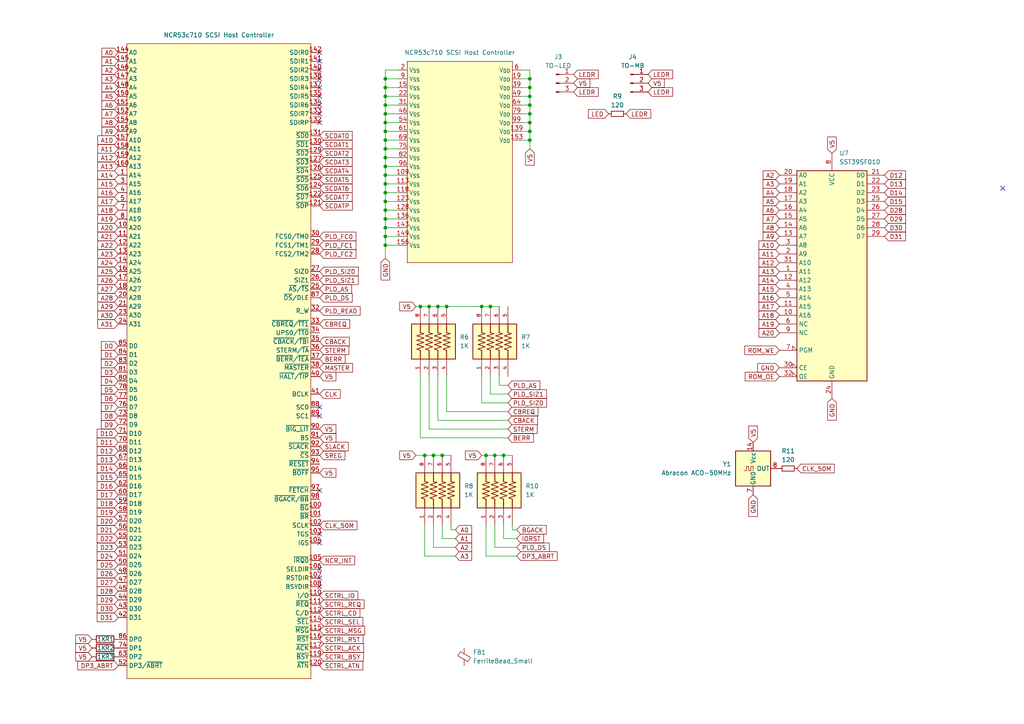
<source format=kicad_sch>
(kicad_sch (version 20250114) (generator "eeschema") (generator_version "9.0")
  (paper "A4")
  (lib_symbols
    (symbol "39SF010-TSOP:SST39SF010"
      (property "Reference" "U" (at 2.54 33.02 0))
      (property "Value" "SST39SF010" (at 0 -30.48 0))
      (symbol "SST39SF010_1_1"
        (pin input line (at -15.24 30.48 0) (length 5.08) (name "A0") (number "20"))
        (pin input line (at -15.24 27.94 0) (length 5.08) (name "A1") (number "19"))
        (pin input line (at -15.24 25.4 0) (length 5.08) (name "A2") (number "18"))
        (pin input line (at -15.24 22.86 0) (length 5.08) (name "A3") (number "17"))
        (pin input line (at -15.24 20.32 0) (length 5.08) (name "A4") (number "16"))
        (pin input line (at -15.24 17.78 0) (length 5.08) (name "A5") (number "15"))
        (pin input line (at -15.24 15.24 0) (length 5.08) (name "A6") (number "14"))
        (pin input line (at -15.24 12.7 0) (length 5.08) (name "A7") (number "13"))
        (pin input line (at -15.24 10.16 0) (length 5.08) (name "A8") (number "3"))
        (pin input line (at -15.24 7.62 0) (length 5.08) (name "A9") (number "2"))
        (pin input line (at -15.24 5.08 0) (length 5.08) (name "A10") (number "31"))
        (pin input line (at -15.24 2.54 0) (length 5.08) (name "A11") (number "1"))
        (pin input line (at -15.24 0 0) (length 5.08) (name "A12") (number "12"))
        (pin input line (at -15.24 -2.54 0) (length 5.08) (name "A13") (number "4"))
        (pin input line (at -15.24 -5.08 0) (length 5.08) (name "A14") (number "5"))
        (pin input line (at -15.24 -7.62 0) (length 5.08) (name "A15") (number "11"))
        (pin input line (at -15.24 -10.16 0) (length 5.08) (name "A16") (number "10"))
        (pin input line (at -15.24 -12.7 0) (length 5.08) (name "NC") (number "6"))
        (pin input line (at -15.24 -15.24 0) (length 5.08) (name "NC") (number "9"))
        (pin input input_low (at -15.24 -20.32 0) (length 5.08) (name "PGM") (number "7"))
        (pin input input_low (at -15.24 -25.4 0) (length 5.08) (name "CE") (number "30"))
        (pin input input_low (at -15.24 -27.94 0) (length 5.08) (name "OE") (number "32"))
        (pin power_in line (at 0 36.83 270) (length 5.08) (name "VCC") (number "8"))
        (pin power_in line (at 0 -34.29 90) (length 5.08) (name "GND") (number "24"))
        (pin tri_state line (at 15.24 30.48 180) (length 5.08) (name "D0") (number "21"))
        (pin tri_state line (at 15.24 27.94 180) (length 5.08) (name "D1") (number "22"))
        (pin tri_state line (at 15.24 25.4 180) (length 5.08) (name "D2") (number "23"))
        (pin tri_state line (at 15.24 22.86 180) (length 5.08) (name "D3") (number "25"))
        (pin tri_state line (at 15.24 20.32 180) (length 5.08) (name "D4") (number "26"))
        (pin tri_state line (at 15.24 17.78 180) (length 5.08) (name "D5") (number "27"))
        (pin tri_state line (at 15.24 15.24 180) (length 5.08) (name "D6") (number "28"))
        (pin tri_state line (at 15.24 12.7 180) (length 5.08) (name "D7") (number "29"))
      )
    )
    (symbol "Connector:Conn_01x03_Pin" (pin_names (offset 1.016) (hide yes))
      (property "Reference" "J" (at 0 5.08 0))
      (property "Value" "Conn_01x03_Pin" (at 0 -5.08 0))
      (symbol "Conn_01x03_Pin_1_1"
        (pin passive line (at 5.08 2.54 180) (length 3.81) (name "Pin_1") (number "1"))
        (pin passive line (at 5.08 0 180) (length 3.81) (name "Pin_2") (number "2"))
        (pin passive line (at 5.08 -2.54 180) (length 3.81) (name "Pin_3") (number "3"))
      )
    )
    (symbol "Device:FerriteBead_Small" (pin_numbers (hide yes)) (pin_names (offset 0))
      (property "Reference" "FB" (at 1.905 1.27 0))
      (property "Value" "FerriteBead_Small" (at 1.905 -1.27 0))
      (symbol "FerriteBead_Small_1_1"
        (pin passive line (at 0 2.54 270) (length 1.27) (name "~") (number "1"))
        (pin passive line (at 0 -2.54 90) (length 1.27) (name "~") (number "2"))
      )
    )
    (symbol "Device:R" (pin_numbers (hide yes)) (pin_names (offset 0))
      (property "Reference" "R" (at 2.032 0 90))
      (property "Value" "R" (at 0 0 90))
      (symbol "R_1_1"
        (pin passive line (at 0 3.81 270) (length 1.27) (name "~") (number "1"))
        (pin passive line (at 0 -3.81 90) (length 1.27) (name "~") (number "2"))
      )
    )
    (symbol "Device:R_Small" (pin_numbers (hide yes)) (pin_names (offset 0.254) (hide yes))
      (property "Reference" "R" (at 0.762 0.508 0))
      (property "Value" "R_Small" (at 0.762 -1.016 0))
      (symbol "R_Small_1_1"
        (pin passive line (at 0 2.54 270) (length 0.762) (name "~") (number "1"))
        (pin passive line (at 0 -2.54 90) (length 0.762) (name "~") (number "2"))
      )
    )
    (symbol "NCRSCSI:NCR53c710"
      (property "Value" "NCR53c710 SCSI Host Controller" (at 9.398 43.434 0))
      (symbol "NCR53c710_1_1"
        (pin input line (at -30.48 39.37 0) (length 2.54) (name "A0") (number "144"))
        (pin input line (at -30.48 36.83 0) (length 2.54) (name "A1") (number "145"))
        (pin input line (at -30.48 34.29 0) (length 2.54) (name "A2") (number "146"))
        (pin input line (at -30.48 31.75 0) (length 2.54) (name "A3") (number "147"))
        (pin input line (at -30.48 29.21 0) (length 2.54) (name "A4") (number "148"))
        (pin input line (at -30.48 26.67 0) (length 2.54) (name "A5") (number "150"))
        (pin input line (at -30.48 24.13 0) (length 2.54) (name "A6") (number "151"))
        (pin input line (at -30.48 21.59 0) (length 2.54) (name "A7") (number "152"))
        (pin input line (at -30.48 19.05 0) (length 2.54) (name "A8") (number "154"))
        (pin input line (at -30.48 16.51 0) (length 2.54) (name "A9") (number "155"))
        (pin input line (at -30.48 13.97 0) (length 2.54) (name "A10") (number "157"))
        (pin input line (at -30.48 11.43 0) (length 2.54) (name "A11") (number "158"))
        (pin input line (at -30.48 8.89 0) (length 2.54) (name "A12") (number "159"))
        (pin input line (at -30.48 6.35 0) (length 2.54) (name "A13") (number "160"))
        (pin input line (at -30.48 3.81 0) (length 2.54) (name "A14") (number "1"))
        (pin input line (at -30.48 1.27 0) (length 2.54) (name "A15") (number "3"))
        (pin input line (at -30.48 -1.27 0) (length 2.54) (name "A16") (number "4"))
        (pin input line (at -30.48 -3.81 0) (length 2.54) (name "A17") (number "5"))
        (pin input line (at -30.48 -6.35 0) (length 2.54) (name "A18") (number "7"))
        (pin input line (at -30.48 -8.89 0) (length 2.54) (name "A19") (number "8"))
        (pin input line (at -30.48 -11.43 0) (length 2.54) (name "A20") (number "10"))
        (pin input line (at -30.48 -13.97 0) (length 2.54) (name "A21") (number "11"))
        (pin input line (at -30.48 -16.51 0) (length 2.54) (name "A22") (number "12"))
        (pin input line (at -30.48 -19.05 0) (length 2.54) (name "A23") (number "13"))
        (pin input line (at -30.48 -21.59 0) (length 2.54) (name "A24") (number "14"))
        (pin input line (at -30.48 -24.13 0) (length 2.54) (name "A25") (number "16"))
        (pin input line (at -30.48 -26.67 0) (length 2.54) (name "A26") (number "17"))
        (pin input line (at -30.48 -29.21 0) (length 2.54) (name "A27") (number "18"))
        (pin input line (at -30.48 -31.75 0) (length 2.54) (name "A28") (number "20"))
        (pin input line (at -30.48 -34.29 0) (length 2.54) (name "A29") (number "21"))
        (pin input line (at -30.48 -36.83 0) (length 2.54) (name "A30") (number "23"))
        (pin input line (at -30.48 -39.37 0) (length 2.54) (name "A31") (number "24"))
        (pin bidirectional line (at -30.48 -45.72 0) (length 2.54) (name "D0") (number "85"))
        (pin input line (at -30.48 -48.26 0) (length 2.54) (name "D1") (number "84"))
        (pin input line (at -30.48 -50.8 0) (length 2.54) (name "D2") (number "83"))
        (pin input line (at -30.48 -53.34 0) (length 2.54) (name "D3") (number "81"))
        (pin input line (at -30.48 -55.88 0) (length 2.54) (name "D4") (number "80"))
        (pin input line (at -30.48 -58.42 0) (length 2.54) (name "D5") (number "78"))
        (pin input line (at -30.48 -60.96 0) (length 2.54) (name "D6") (number "77"))
        (pin input line (at -30.48 -63.5 0) (length 2.54) (name "D7") (number "76"))
        (pin input line (at -30.48 -66.04 0) (length 2.54) (name "D8") (number "73"))
        (pin input line (at -30.48 -68.58 0) (length 2.54) (name "D9") (number "72"))
        (pin input line (at -30.48 -71.12 0) (length 2.54) (name "D10") (number "71"))
        (pin input line (at -30.48 -73.66 0) (length 2.54) (name "D11") (number "70"))
        (pin input line (at -30.48 -76.2 0) (length 2.54) (name "D12") (number "68"))
        (pin input line (at -30.48 -78.74 0) (length 2.54) (name "D13") (number "67"))
        (pin input line (at -30.48 -81.28 0) (length 2.54) (name "D14") (number "66"))
        (pin input line (at -30.48 -83.82 0) (length 2.54) (name "D15") (number "65"))
        (pin input line (at -30.48 -86.36 0) (length 2.54) (name "D16") (number "62"))
        (pin input line (at -30.48 -88.9 0) (length 2.54) (name "D17") (number "60"))
        (pin input line (at -30.48 -91.44 0) (length 2.54) (name "D18") (number "59"))
        (pin input line (at -30.48 -93.98 0) (length 2.54) (name "D19") (number "58"))
        (pin input line (at -30.48 -96.52 0) (length 2.54) (name "D20") (number "57"))
        (pin input line (at -30.48 -99.06 0) (length 2.54) (name "D21") (number "56"))
        (pin input line (at -30.48 -101.6 0) (length 2.54) (name "D22") (number "55"))
        (pin input line (at -30.48 -104.14 0) (length 2.54) (name "D23") (number "53"))
        (pin input line (at -30.48 -106.68 0) (length 2.54) (name "D24") (number "51"))
        (pin input line (at -30.48 -109.22 0) (length 2.54) (name "D25") (number "50"))
        (pin input line (at -30.48 -111.76 0) (length 2.54) (name "D26") (number "48"))
        (pin input line (at -30.48 -114.3 0) (length 2.54) (name "D27") (number "47"))
        (pin input line (at -30.48 -116.84 0) (length 2.54) (name "D28") (number "45"))
        (pin input line (at -30.48 -119.38 0) (length 2.54) (name "D29") (number "44"))
        (pin input line (at -30.48 -121.92 0) (length 2.54) (name "D30") (number "43"))
        (pin input line (at -30.48 -124.46 0) (length 2.54) (name "D31") (number "42"))
        (pin input line (at -30.48 -130.81 0) (length 2.54) (name "DP0") (number "86"))
        (pin input line (at -30.48 -133.35 0) (length 2.54) (name "DP1") (number "74"))
        (pin input line (at -30.48 -135.89 0) (length 2.54) (name "DP2") (number "63"))
        (pin input line (at -30.48 -138.43 0) (length 2.54) (name "DP3/~{ABRT}") (number "52"))
        (pin input line (at 27.94 39.37 180) (length 2.54) (name "SDIR0") (number "142"))
        (pin input line (at 27.94 36.83 180) (length 2.54) (name "SDIR1") (number "141"))
        (pin input line (at 27.94 34.29 180) (length 2.54) (name "SDIR2") (number "140"))
        (pin input line (at 27.94 31.75 180) (length 2.54) (name "SDIR3") (number "138"))
        (pin input line (at 27.94 29.21 180) (length 2.54) (name "SDIR4") (number "137"))
        (pin input line (at 27.94 26.67 180) (length 2.54) (name "SDIR5") (number "135"))
        (pin input line (at 27.94 24.13 180) (length 2.54) (name "SDIR6") (number "134"))
        (pin input line (at 27.94 21.59 180) (length 2.54) (name "SDIR7") (number "133"))
        (pin input line (at 27.94 19.05 180) (length 2.54) (name "SDIRP") (number "132"))
        (pin input line (at 27.94 15.24 180) (length 2.54) (name "~{SD0}") (number "131"))
        (pin input line (at 27.94 12.7 180) (length 2.54) (name "~{SD1}") (number "130"))
        (pin input line (at 27.94 10.16 180) (length 2.54) (name "~{SD2}") (number "129"))
        (pin input line (at 27.94 7.62 180) (length 2.54) (name "~{SD3}") (number "127"))
        (pin input line (at 27.94 5.08 180) (length 2.54) (name "~{SD4}") (number "126"))
        (pin input line (at 27.94 2.54 180) (length 2.54) (name "~{SD5}") (number "125"))
        (pin input line (at 27.94 0 180) (length 2.54) (name "~{SD6}") (number "124"))
        (pin input line (at 27.94 -2.54 180) (length 2.54) (name "~{SD7}") (number "122"))
        (pin input line (at 27.94 -5.08 180) (length 2.54) (name "~{SDP}") (number "121"))
        (pin input line (at 27.94 -13.97 180) (length 2.54) (name "FCS0/TM0") (number "30"))
        (pin input line (at 27.94 -16.51 180) (length 2.54) (name "FCS1/TM1") (number "29"))
        (pin input line (at 27.94 -19.05 180) (length 2.54) (name "FCS2/TM2") (number "28"))
        (pin input line (at 27.94 -24.13 180) (length 2.54) (name "SIZ0") (number "27"))
        (pin input line (at 27.94 -26.67 180) (length 2.54) (name "SIZ1") (number "26"))
        (pin input line (at 27.94 -29.21 180) (length 2.54) (name "~{AS}/~{TS}") (number "25"))
        (pin bidirectional line (at 27.94 -31.75 180) (length 2.54) (name "~{DS}/DLE") (number "87"))
        (pin input line (at 27.94 -35.56 180) (length 2.54) (name "R_W") (number "32"))
        (pin input line (at 27.94 -39.37 180) (length 2.54) (name "~{CBREQ}/~{TT1}") (number "33"))
        (pin input line (at 27.94 -41.91 180) (length 2.54) (name "UPS0/~{TT0}") (number "34"))
        (pin input line (at 27.94 -44.45 180) (length 2.54) (name "~{CBACK}/~{TBI}") (number "35"))
        (pin input line (at 27.94 -46.99 180) (length 2.54) (name "STERM/~{TA}") (number "36"))
        (pin input line (at 27.94 -49.53 180) (length 2.54) (name "~{BERR}/~{TEA}") (number "37"))
        (pin input line (at 27.94 -52.07 180) (length 2.54) (name "~{MASTER}") (number "38"))
        (pin input line (at 27.94 -54.61 180) (length 2.54) (name "~{HALT}/~{TIP}") (number "40"))
        (pin input line (at 27.94 -59.69 180) (length 2.54) (name "BCLK") (number "41"))
        (pin input line (at 27.94 -63.5 180) (length 2.54) (name "SC0") (number "88"))
        (pin input line (at 27.94 -66.04 180) (length 2.54) (name "SC1") (number "89"))
        (pin input line (at 27.94 -69.85 180) (length 2.54) (name "~{BIG_LIT}") (number "90"))
        (pin input line (at 27.94 -72.39 180) (length 2.54) (name "BS") (number "91"))
        (pin input line (at 27.94 -74.93 180) (length 2.54) (name "~{SLACK}") (number "92"))
        (pin input line (at 27.94 -77.47 180) (length 2.54) (name "~{CS}") (number "93"))
        (pin input line (at 27.94 -80.01 180) (length 2.54) (name "~{RESET}") (number "94"))
        (pin input line (at 27.94 -82.55 180) (length 2.54) (name "~{BOFF}") (number "95"))
        (pin input line (at 27.94 -87.63 180) (length 2.54) (name "~{FETCH}") (number "97"))
        (pin input line (at 27.94 -90.17 180) (length 2.54) (name "~{BGACK}/~{BB}") (number "98"))
        (pin input line (at 27.94 -92.71 180) (length 2.54) (name "~{BG}") (number "100"))
        (pin input line (at 27.94 -95.25 180) (length 2.54) (name "~{BR}") (number "101"))
        (pin input line (at 27.94 -97.79 180) (length 2.54) (name "SCLK") (number "102"))
        (pin input line (at 27.94 -100.33 180) (length 2.54) (name "TGS") (number "103"))
        (pin input line (at 27.94 -102.87 180) (length 2.54) (name "IGS") (number "104"))
        (pin input line (at 27.94 -107.95 180) (length 2.54) (name "~{IRQ0}") (number "105"))
        (pin input line (at 27.94 -110.49 180) (length 2.54) (name "SELDIR") (number "106"))
        (pin input line (at 27.94 -113.03 180) (length 2.54) (name "RSTDIR") (number "107"))
        (pin input line (at 27.94 -115.57 180) (length 2.54) (name "BSYDIR") (number "108"))
        (pin input line (at 27.94 -118.11 180) (length 2.54) (name "I/O") (number "110"))
        (pin input line (at 27.94 -120.65 180) (length 2.54) (name "~{REQ}") (number "111"))
        (pin input line (at 27.94 -123.19 180) (length 2.54) (name "C/D") (number "112"))
        (pin input line (at 27.94 -125.73 180) (length 2.54) (name "~{SEL}") (number "114"))
        (pin input line (at 27.94 -128.27 180) (length 2.54) (name "~{MSG}") (number "115"))
        (pin input line (at 27.94 -130.81 180) (length 2.54) (name "~{RST}") (number "116"))
        (pin input line (at 27.94 -133.35 180) (length 2.54) (name "~{ACK}") (number "117"))
        (pin input line (at 27.94 -135.89 180) (length 2.54) (name "~{BSY}") (number "119"))
        (pin input line (at 27.94 -138.43 180) (length 2.54) (name "~{ATN}") (number "120"))
      )
      (symbol "NCR53c710_2_1"
        (pin power_in line (at -17.78 35.56 0) (length 2.54) (name "V_{SS}") (number "2"))
        (pin power_in line (at -17.78 33.02 0) (length 2.54) (name "V_{SS}") (number "9"))
        (pin power_in line (at -17.78 30.48 0) (length 2.54) (name "V_{SS}") (number "15"))
        (pin power_in line (at -17.78 27.94 0) (length 2.54) (name "V_{SS}") (number "22"))
        (pin power_in line (at -17.78 25.4 0) (length 2.54) (name "V_{SS}") (number "31"))
        (pin power_in line (at -17.78 22.86 0) (length 2.54) (name "V_{SS}") (number "46"))
        (pin power_in line (at -17.78 20.32 0) (length 2.54) (name "V_{SS}") (number "54"))
        (pin power_in line (at -17.78 17.78 0) (length 2.54) (name "V_{SS}") (number "61"))
        (pin power_in line (at -17.78 15.24 0) (length 2.54) (name "V_{SS}") (number "69"))
        (pin power_in line (at -17.78 12.7 0) (length 2.54) (name "V_{SS}") (number "75"))
        (pin power_in line (at -17.78 10.16 0) (length 2.54) (name "V_{SS}") (number "82"))
        (pin power_in line (at -17.78 7.62 0) (length 2.54) (name "V_{SS}") (number "96"))
        (pin power_in line (at -17.78 5.08 0) (length 2.54) (name "V_{SS}") (number "109"))
        (pin power_in line (at -17.78 2.54 0) (length 2.54) (name "V_{SS}") (number "113"))
        (pin power_in line (at -17.78 0 0) (length 2.54) (name "V_{SS}") (number "118"))
        (pin power_in line (at -17.78 -2.54 0) (length 2.54) (name "V_{SS}") (number "123"))
        (pin power_in line (at -17.78 -5.08 0) (length 2.54) (name "V_{SS}") (number "128"))
        (pin power_in line (at -17.78 -7.62 0) (length 2.54) (name "V_{SS}") (number "136"))
        (pin power_in line (at -17.78 -10.16 0) (length 2.54) (name "V_{SS}") (number "143"))
        (pin power_in line (at -17.78 -12.7 0) (length 2.54) (name "V_{SS}") (number "149"))
        (pin power_in line (at -17.78 -15.24 0) (length 2.54) (name "V_{SS}") (number "156"))
        (pin power_in line (at 17.78 35.56 180) (length 2.54) (name "V_{DD}") (number "6"))
        (pin power_in line (at 17.78 33.02 180) (length 2.54) (name "V_{DD}") (number "19"))
        (pin power_in line (at 17.78 30.48 180) (length 2.54) (name "V_{DD}") (number "39"))
        (pin power_in line (at 17.78 27.94 180) (length 2.54) (name "V_{DD}") (number "49"))
        (pin power_in line (at 17.78 25.4 180) (length 2.54) (name "V_{DD}") (number "64"))
        (pin power_in line (at 17.78 22.86 180) (length 2.54) (name "V_{DD}") (number "79"))
        (pin power_in line (at 17.78 20.32 180) (length 2.54) (name "V_{DD}") (number "99"))
        (pin power_in line (at 17.78 17.78 180) (length 2.54) (name "V_{DD}") (number "139"))
        (pin power_in line (at 17.78 15.24 180) (length 2.54) (name "V_{DD}") (number "153"))
      )
    )
    (symbol "Oscillator:ACO-xxxMHz" (pin_names (offset 0.254))
      (property "Reference" "Y" (at -5.08 6.35 0))
      (property "Value" "ACO-xxxMHz" (at 1.27 -6.35 0))
      (symbol "ACO-xxxMHz_1_1"
        (pin no_connect line (at -5.08 2.54 0) (length 2.54) (hide yes) (name "NC") (number "1"))
        (pin power_in line (at 0 7.62 270) (length 2.54) (name "Vcc") (number "14"))
        (pin power_in line (at 0 -7.62 90) (length 2.54) (name "GND") (number "7"))
        (pin output line (at 7.62 0 180) (length 2.54) (name "OUT") (number "8"))
      )
    )
    (symbol "YC324-FK-071KL:YC324-FK-071KL" (pin_names (offset 1.016))
      (property "Reference" "R" (at -5.08 8.128 0))
      (property "Value" "YC324-FK-071KL" (at -5.08 -7.62 0))
      (symbol "YC324-FK-071KL_0_0"
        (pin passive line (at -10.16 5.08 0) (length 5.08) (name "~") (number "1"))
        (pin passive line (at -10.16 2.54 0) (length 5.08) (name "~") (number "2"))
        (pin passive line (at -10.16 0 0) (length 5.08) (name "~") (number "3"))
        (pin passive line (at -10.16 -2.54 0) (length 5.08) (name "~") (number "4"))
        (pin passive line (at 10.16 5.08 180) (length 5.08) (name "~") (number "8"))
        (pin passive line (at 10.16 2.54 180) (length 5.08) (name "~") (number "7"))
        (pin passive line (at 10.16 0 180) (length 5.08) (name "~") (number "6"))
        (pin passive line (at 10.16 -2.54 180) (length 5.08) (name "~") (number "5"))
      )
    )
  )
  (junction (at 111.76 55.88))
  (junction (at 121.92 88.9))
  (junction (at 111.76 27.94))
  (junction (at 111.76 22.86))
  (junction (at 127 88.9))
  (junction (at 139.7 88.9))
  (junction (at 153.67 35.56))
  (junction (at 111.76 48.26))
  (junction (at 128.27 132.08))
  (junction (at 153.67 25.4))
  (junction (at 111.76 68.58))
  (junction (at 111.76 58.42))
  (junction (at 111.76 66.04))
  (junction (at 111.76 35.56))
  (junction (at 111.76 50.8))
  (junction (at 153.67 27.94))
  (junction (at 111.76 53.34))
  (junction (at 111.76 45.72))
  (junction (at 143.51 132.08))
  (junction (at 153.67 33.02))
  (junction (at 111.76 40.64))
  (junction (at 111.76 33.02))
  (junction (at 140.97 132.08))
  (junction (at 153.67 30.48))
  (junction (at 153.67 22.86))
  (junction (at 146.05 132.08))
  (junction (at 111.76 60.96))
  (junction (at 153.67 38.1))
  (junction (at 111.76 30.48))
  (junction (at 129.54 88.9))
  (junction (at 111.76 43.18))
  (junction (at 111.76 63.5))
  (junction (at 111.76 38.1))
  (junction (at 123.19 132.08))
  (junction (at 111.76 71.12))
  (junction (at 153.67 40.64))
  (junction (at 125.73 132.08))
  (junction (at 142.24 88.9))
  (junction (at 111.76 25.4))
  (junction (at 124.46 88.9))
  (no_connect (at 92.71 165.1))
  (no_connect (at 92.71 20.32))
  (no_connect (at 92.71 25.4))
  (no_connect (at 92.71 120.65))
  (no_connect (at 92.71 27.94))
  (no_connect (at 92.71 15.24))
  (no_connect (at 92.71 22.86))
  (no_connect (at 92.71 30.48))
  (no_connect (at 92.71 118.11))
  (no_connect (at 92.71 17.78))
  (no_connect (at 92.71 154.94))
  (no_connect (at 92.71 157.48))
  (no_connect (at 290.83 54.61))
  (no_connect (at 92.71 167.64))
  (no_connect (at 92.71 142.24))
  (no_connect (at 92.71 35.56))
  (no_connect (at 92.71 33.02))
  (no_connect (at 92.71 170.18))
  (wire (pts (xy 111.76 20.32) (xy 115.57 20.32)))
  (wire (pts (xy 121.92 127) (xy 121.92 109.22)))
  (wire (pts (xy 125.73 158.75) (xy 125.73 152.4)))
  (wire (pts (xy 120.65 88.9) (xy 121.92 88.9)))
  (wire (pts (xy 111.76 48.26) (xy 111.76 50.8)))
  (wire (pts (xy 124.46 88.9) (xy 127 88.9)))
  (wire (pts (xy 151.13 22.86) (xy 153.67 22.86)))
  (wire (pts (xy 111.76 25.4) (xy 115.57 25.4)))
  (wire (pts (xy 139.7 132.08) (xy 140.97 132.08)))
  (wire (pts (xy 153.67 25.4) (xy 153.67 27.94)))
  (wire (pts (xy 153.67 30.48) (xy 153.67 33.02)))
  (wire (pts (xy 130.81 153.67) (xy 130.81 152.4)))
  (wire (pts (xy 123.19 161.29) (xy 123.19 152.4)))
  (wire (pts (xy 111.76 27.94) (xy 111.76 25.4)))
  (wire (pts (xy 153.67 35.56) (xy 153.67 38.1)))
  (wire (pts (xy 151.13 33.02) (xy 153.67 33.02)))
  (wire (pts (xy 111.76 66.04) (xy 115.57 66.04)))
  (wire (pts (xy 142.24 114.3) (xy 147.32 114.3)))
  (wire (pts (xy 111.76 38.1) (xy 115.57 38.1)))
  (wire (pts (xy 111.76 43.18) (xy 111.76 45.72)))
  (wire (pts (xy 111.76 22.86) (xy 115.57 22.86)))
  (wire (pts (xy 139.7 116.84) (xy 147.32 116.84)))
  (wire (pts (xy 124.46 124.46) (xy 124.46 109.22)))
  (wire (pts (xy 111.76 68.58) (xy 111.76 71.12)))
  (wire (pts (xy 111.76 33.02) (xy 111.76 35.56)))
  (wire (pts (xy 111.76 33.02) (xy 111.76 30.48)))
  (wire (pts (xy 132.08 153.67) (xy 130.81 153.67)))
  (wire (pts (xy 142.24 88.9) (xy 144.78 88.9)))
  (wire (pts (xy 149.86 158.75) (xy 143.51 158.75)))
  (wire (pts (xy 111.76 63.5) (xy 111.76 66.04)))
  (wire (pts (xy 111.76 45.72) (xy 115.57 45.72)))
  (wire (pts (xy 111.76 30.48) (xy 115.57 30.48)))
  (wire (pts (xy 111.76 50.8) (xy 111.76 53.34)))
  (wire (pts (xy 111.76 55.88) (xy 115.57 55.88)))
  (wire (pts (xy 149.86 153.67) (xy 148.59 153.67)))
  (wire (pts (xy 143.51 132.08) (xy 146.05 132.08)))
  (wire (pts (xy 147.32 124.46) (xy 124.46 124.46)))
  (wire (pts (xy 111.76 43.18) (xy 115.57 43.18)))
  (wire (pts (xy 111.76 40.64) (xy 111.76 43.18)))
  (wire (pts (xy 111.76 22.86) (xy 111.76 20.32)))
  (wire (pts (xy 111.76 71.12) (xy 111.76 74.93)))
  (wire (pts (xy 149.86 156.21) (xy 146.05 156.21)))
  (wire (pts (xy 132.08 161.29) (xy 123.19 161.29)))
  (wire (pts (xy 111.76 30.48) (xy 111.76 27.94)))
  (wire (pts (xy 151.13 30.48) (xy 153.67 30.48)))
  (wire (pts (xy 146.05 132.08) (xy 148.59 132.08)))
  (wire (pts (xy 111.76 50.8) (xy 115.57 50.8)))
  (wire (pts (xy 111.76 33.02) (xy 115.57 33.02)))
  (wire (pts (xy 111.76 38.1) (xy 111.76 40.64)))
  (wire (pts (xy 132.08 156.21) (xy 128.27 156.21)))
  (wire (pts (xy 129.54 109.22) (xy 129.54 119.38)))
  (wire (pts (xy 111.76 71.12) (xy 115.57 71.12)))
  (wire (pts (xy 111.76 58.42) (xy 115.57 58.42)))
  (wire (pts (xy 127 121.92) (xy 127 109.22)))
  (wire (pts (xy 153.67 22.86) (xy 153.67 25.4)))
  (wire (pts (xy 111.76 27.94) (xy 115.57 27.94)))
  (wire (pts (xy 111.76 35.56) (xy 111.76 38.1)))
  (wire (pts (xy 127 88.9) (xy 129.54 88.9)))
  (wire (pts (xy 115.57 35.56) (xy 111.76 35.56)))
  (wire (pts (xy 147.32 121.92) (xy 127 121.92)))
  (wire (pts (xy 111.76 55.88) (xy 111.76 58.42)))
  (wire (pts (xy 111.76 53.34) (xy 115.57 53.34)))
  (wire (pts (xy 144.78 111.76) (xy 147.32 111.76)))
  (wire (pts (xy 149.86 161.29) (xy 140.97 161.29)))
  (wire (pts (xy 111.76 53.34) (xy 111.76 55.88)))
  (wire (pts (xy 128.27 132.08) (xy 130.81 132.08)))
  (wire (pts (xy 151.13 27.94) (xy 153.67 27.94)))
  (wire (pts (xy 139.7 88.9) (xy 142.24 88.9)))
  (wire (pts (xy 151.13 40.64) (xy 153.67 40.64)))
  (wire (pts (xy 132.08 158.75) (xy 125.73 158.75)))
  (wire (pts (xy 129.54 119.38) (xy 147.32 119.38)))
  (wire (pts (xy 111.76 60.96) (xy 115.57 60.96)))
  (wire (pts (xy 111.76 63.5) (xy 115.57 63.5)))
  (wire (pts (xy 111.76 58.42) (xy 111.76 60.96)))
  (wire (pts (xy 140.97 161.29) (xy 140.97 152.4)))
  (wire (pts (xy 146.05 156.21) (xy 146.05 152.4)))
  (wire (pts (xy 111.76 48.26) (xy 115.57 48.26)))
  (wire (pts (xy 151.13 25.4) (xy 153.67 25.4)))
  (wire (pts (xy 153.67 40.64) (xy 153.67 43.18)))
  (wire (pts (xy 144.78 109.22) (xy 144.78 111.76)))
  (wire (pts (xy 148.59 153.67) (xy 148.59 152.4)))
  (wire (pts (xy 140.97 132.08) (xy 143.51 132.08)))
  (wire (pts (xy 143.51 158.75) (xy 143.51 152.4)))
  (wire (pts (xy 128.27 156.21) (xy 128.27 152.4)))
  (wire (pts (xy 111.76 25.4) (xy 111.76 22.86)))
  (wire (pts (xy 147.32 127) (xy 121.92 127)))
  (wire (pts (xy 111.76 60.96) (xy 111.76 63.5)))
  (wire (pts (xy 142.24 109.22) (xy 142.24 114.3)))
  (wire (pts (xy 111.76 45.72) (xy 111.76 48.26)))
  (wire (pts (xy 139.7 109.22) (xy 139.7 116.84)))
  (wire (pts (xy 151.13 35.56) (xy 153.67 35.56)))
  (wire (pts (xy 125.73 132.08) (xy 128.27 132.08)))
  (wire (pts (xy 120.65 132.08) (xy 123.19 132.08)))
  (wire (pts (xy 111.76 66.04) (xy 111.76 68.58)))
  (wire (pts (xy 153.67 27.94) (xy 153.67 30.48)))
  (wire (pts (xy 129.54 88.9) (xy 139.7 88.9)))
  (wire (pts (xy 123.19 132.08) (xy 125.73 132.08)))
  (wire (pts (xy 151.13 38.1) (xy 153.67 38.1)))
  (wire (pts (xy 153.67 33.02) (xy 153.67 35.56)))
  (wire (pts (xy 111.76 40.64) (xy 115.57 40.64)))
  (wire (pts (xy 151.13 20.32) (xy 153.67 20.32)))
  (wire (pts (xy 153.67 38.1) (xy 153.67 40.64)))
  (wire (pts (xy 121.92 88.9) (xy 124.46 88.9)))
  (wire (pts (xy 111.76 68.58) (xy 115.57 68.58)))
  (wire (pts (xy 153.67 20.32) (xy 153.67 22.86)))
  (global_label "IORST" (shape input) (at 149.86 156.21 0) (property "Intersheetrefs" "${INTERSHEET_REFS}" (effects (hide yes))))
  (global_label "SCDAT0" (shape input) (at 92.71 39.37 0) (property "Intersheetrefs" "${INTERSHEET_REFS}" (effects (hide yes))))
  (global_label "A31" (shape input) (at 34.29 93.98 180) (property "Intersheetrefs" "${INTERSHEET_REFS}" (effects (hide yes))))
  (global_label "CLK_50M" (shape input) (at 231.14 135.89 0) (property "Intersheetrefs" "${INTERSHEET_REFS}" (effects (hide yes))))
  (global_label "A10" (shape input) (at 34.29 40.64 180) (property "Intersheetrefs" "${INTERSHEET_REFS}" (effects (hide yes))))
  (global_label "SCDAT2" (shape input) (at 92.71 44.45 0) (property "Intersheetrefs" "${INTERSHEET_REFS}" (effects (hide yes))))
  (global_label "V5" (shape input) (at 218.44 128.27 90) (property "Intersheetrefs" "${INTERSHEET_REFS}" (effects (hide yes))))
  (global_label "A8" (shape input) (at 34.29 35.56 180) (property "Intersheetrefs" "${INTERSHEET_REFS}" (effects (hide yes))))
  (global_label "D23" (shape input) (at 34.29 158.75 180) (property "Intersheetrefs" "${INTERSHEET_REFS}" (effects (hide yes))))
  (global_label "PLD_SIZ1" (shape input) (at 147.32 114.3 0) (property "Intersheetrefs" "${INTERSHEET_REFS}" (effects (hide yes))))
  (global_label "GND" (shape input) (at 226.06 106.68 180) (property "Intersheetrefs" "${INTERSHEET_REFS}" (effects (hide yes))))
  (global_label "D12" (shape input) (at 34.29 130.81 180) (property "Intersheetrefs" "${INTERSHEET_REFS}" (effects (hide yes))))
  (global_label "A5" (shape input) (at 34.29 27.94 180) (property "Intersheetrefs" "${INTERSHEET_REFS}" (effects (hide yes))))
  (global_label "V5" (shape input) (at 26.67 185.42 180) (property "Intersheetrefs" "${INTERSHEET_REFS}" (effects (hide yes))))
  (global_label "SCDAT5" (shape input) (at 92.71 52.07 0) (property "Intersheetrefs" "${INTERSHEET_REFS}" (effects (hide yes))))
  (global_label "D13" (shape input) (at 34.29 133.35 180) (property "Intersheetrefs" "${INTERSHEET_REFS}" (effects (hide yes))))
  (global_label "SCTRL_IO" (shape input) (at 92.71 172.72 0) (property "Intersheetrefs" "${INTERSHEET_REFS}" (effects (hide yes))))
  (global_label "PLD_DS" (shape input) (at 149.86 158.75 0) (property "Intersheetrefs" "${INTERSHEET_REFS}" (effects (hide yes))))
  (global_label "V5" (shape input) (at 92.71 124.46 0) (property "Intersheetrefs" "${INTERSHEET_REFS}" (effects (hide yes))))
  (global_label "A11" (shape input) (at 226.06 73.66 180) (property "Intersheetrefs" "${INTERSHEET_REFS}" (effects (hide yes))))
  (global_label "D28" (shape input) (at 34.29 171.45 180) (property "Intersheetrefs" "${INTERSHEET_REFS}" (effects (hide yes))))
  (global_label "A16" (shape input) (at 34.29 55.88 180) (property "Intersheetrefs" "${INTERSHEET_REFS}" (effects (hide yes))))
  (global_label "A8" (shape input) (at 226.06 66.04 180) (property "Intersheetrefs" "${INTERSHEET_REFS}" (effects (hide yes))))
  (global_label "A13" (shape input) (at 34.29 48.26 180) (property "Intersheetrefs" "${INTERSHEET_REFS}" (effects (hide yes))))
  (global_label "D28" (shape input) (at 256.54 60.96 0) (property "Intersheetrefs" "${INTERSHEET_REFS}" (effects (hide yes))))
  (global_label "D24" (shape input) (at 34.29 161.29 180) (property "Intersheetrefs" "${INTERSHEET_REFS}" (effects (hide yes))))
  (global_label "PLD_FC1" (shape input) (at 92.71 71.12 0) (property "Intersheetrefs" "${INTERSHEET_REFS}" (effects (hide yes))))
  (global_label "A3" (shape input) (at 34.29 22.86 180) (property "Intersheetrefs" "${INTERSHEET_REFS}" (effects (hide yes))))
  (global_label "D14" (shape input) (at 256.54 55.88 0) (property "Intersheetrefs" "${INTERSHEET_REFS}" (effects (hide yes))))
  (global_label "D13" (shape input) (at 256.54 53.34 0) (property "Intersheetrefs" "${INTERSHEET_REFS}" (effects (hide yes))))
  (global_label "SCTRL_ATN" (shape input) (at 92.71 193.04 0) (property "Intersheetrefs" "${INTERSHEET_REFS}" (effects (hide yes))))
  (global_label "SCDATP" (shape input) (at 92.71 59.69 0) (property "Intersheetrefs" "${INTERSHEET_REFS}" (effects (hide yes))))
  (global_label "V5" (shape input) (at 92.71 127 0) (property "Intersheetrefs" "${INTERSHEET_REFS}" (effects (hide yes))))
  (global_label "D6" (shape input) (at 34.29 115.57 180) (property "Intersheetrefs" "${INTERSHEET_REFS}" (effects (hide yes))))
  (global_label "D31" (shape input) (at 34.29 179.07 180) (property "Intersheetrefs" "${INTERSHEET_REFS}" (effects (hide yes))))
  (global_label "BERR" (shape input) (at 92.71 104.14 0) (property "Intersheetrefs" "${INTERSHEET_REFS}" (effects (hide yes))))
  (global_label "LEDR" (shape input) (at 187.96 21.59 0) (property "Intersheetrefs" "${INTERSHEET_REFS}" (effects (hide yes))))
  (global_label "A1" (shape input) (at 132.08 156.21 0) (property "Intersheetrefs" "${INTERSHEET_REFS}" (effects (hide yes))))
  (global_label "PLD_FC0" (shape input) (at 92.71 68.58 0) (property "Intersheetrefs" "${INTERSHEET_REFS}" (effects (hide yes))))
  (global_label "A0" (shape input) (at 34.29 15.24 180) (property "Intersheetrefs" "${INTERSHEET_REFS}" (effects (hide yes))))
  (global_label "A18" (shape input) (at 34.29 60.96 180) (property "Intersheetrefs" "${INTERSHEET_REFS}" (effects (hide yes))))
  (global_label "CLK_50M" (shape input) (at 92.71 152.4 0) (property "Intersheetrefs" "${INTERSHEET_REFS}" (effects (hide yes))))
  (global_label "SCDAT7" (shape input) (at 92.71 57.15 0) (property "Intersheetrefs" "${INTERSHEET_REFS}" (effects (hide yes))))
  (global_label "V5" (shape input) (at 26.67 187.96 180) (property "Intersheetrefs" "${INTERSHEET_REFS}" (effects (hide yes))))
  (global_label "A3" (shape input) (at 132.08 161.29 0) (property "Intersheetrefs" "${INTERSHEET_REFS}" (effects (hide yes))))
  (global_label "SCTRL_MSG" (shape input) (at 92.71 182.88 0) (property "Intersheetrefs" "${INTERSHEET_REFS}" (effects (hide yes))))
  (global_label "D15" (shape input) (at 34.29 138.43 180) (property "Intersheetrefs" "${INTERSHEET_REFS}" (effects (hide yes))))
  (global_label "A17" (shape input) (at 34.29 58.42 180) (property "Intersheetrefs" "${INTERSHEET_REFS}" (effects (hide yes))))
  (global_label "A16" (shape input) (at 226.06 86.36 180) (property "Intersheetrefs" "${INTERSHEET_REFS}" (effects (hide yes))))
  (global_label "D16" (shape input) (at 34.29 140.97 180) (property "Intersheetrefs" "${INTERSHEET_REFS}" (effects (hide yes))))
  (global_label "PLD_SIZ0" (shape input) (at 92.71 78.74 0) (property "Intersheetrefs" "${INTERSHEET_REFS}" (effects (hide yes))))
  (global_label "GND" (shape input) (at 241.3 115.57 270) (property "Intersheetrefs" "${INTERSHEET_REFS}" (effects (hide yes))))
  (global_label "D27" (shape input) (at 34.29 168.91 180) (property "Intersheetrefs" "${INTERSHEET_REFS}" (effects (hide yes))))
  (global_label "SCTRL_CD" (shape input) (at 92.71 177.8 0) (property "Intersheetrefs" "${INTERSHEET_REFS}" (effects (hide yes))))
  (global_label "V5" (shape input) (at 120.65 88.9 180) (property "Intersheetrefs" "${INTERSHEET_REFS}" (effects (hide yes))))
  (global_label "DP3_ABRT" (shape input) (at 149.86 161.29 0) (property "Intersheetrefs" "${INTERSHEET_REFS}" (effects (hide yes))))
  (global_label "D20" (shape input) (at 34.29 151.13 180) (property "Intersheetrefs" "${INTERSHEET_REFS}" (effects (hide yes))))
  (global_label "PLD_FC2" (shape input) (at 92.71 73.66 0) (property "Intersheetrefs" "${INTERSHEET_REFS}" (effects (hide yes))))
  (global_label "D18" (shape input) (at 34.29 146.05 180) (property "Intersheetrefs" "${INTERSHEET_REFS}" (effects (hide yes))))
  (global_label "A2" (shape input) (at 226.06 50.8 180) (property "Intersheetrefs" "${INTERSHEET_REFS}" (effects (hide yes))))
  (global_label "SCTRL_REQ" (shape input) (at 92.71 175.26 0) (property "Intersheetrefs" "${INTERSHEET_REFS}" (effects (hide yes))))
  (global_label "D31" (shape input) (at 256.54 68.58 0) (property "Intersheetrefs" "${INTERSHEET_REFS}" (effects (hide yes))))
  (global_label "LEDR" (shape input) (at 181.61 33.02 0) (property "Intersheetrefs" "${INTERSHEET_REFS}" (effects (hide yes))))
  (global_label "SCTRL_RST" (shape input) (at 92.71 185.42 0) (property "Intersheetrefs" "${INTERSHEET_REFS}" (effects (hide yes))))
  (global_label "LEDR" (shape input) (at 187.96 26.67 0) (property "Intersheetrefs" "${INTERSHEET_REFS}" (effects (hide yes))))
  (global_label "MASTER" (shape input) (at 92.71 106.68 0) (property "Intersheetrefs" "${INTERSHEET_REFS}" (effects (hide yes))))
  (global_label "A6" (shape input) (at 34.29 30.48 180) (property "Intersheetrefs" "${INTERSHEET_REFS}" (effects (hide yes))))
  (global_label "CBREQ" (shape input) (at 92.71 93.98 0) (property "Intersheetrefs" "${INTERSHEET_REFS}" (effects (hide yes))))
  (global_label "A19" (shape input) (at 226.06 93.98 180) (property "Intersheetrefs" "${INTERSHEET_REFS}" (effects (hide yes))))
  (global_label "V5" (shape input) (at 241.3 44.45 90) (property "Intersheetrefs" "${INTERSHEET_REFS}" (effects (hide yes))))
  (global_label "A15" (shape input) (at 226.06 83.82 180) (property "Intersheetrefs" "${INTERSHEET_REFS}" (effects (hide yes))))
  (global_label "V5" (shape input) (at 166.37 24.13 0) (property "Intersheetrefs" "${INTERSHEET_REFS}" (effects (hide yes))))
  (global_label "NCR_INT" (shape input) (at 92.71 162.56 0) (property "Intersheetrefs" "${INTERSHEET_REFS}" (effects (hide yes))))
  (global_label "A14" (shape input) (at 34.29 50.8 180) (property "Intersheetrefs" "${INTERSHEET_REFS}" (effects (hide yes))))
  (global_label "D22" (shape input) (at 34.29 156.21 180) (property "Intersheetrefs" "${INTERSHEET_REFS}" (effects (hide yes))))
  (global_label "CBREQ" (shape input) (at 147.32 119.38 0) (property "Intersheetrefs" "${INTERSHEET_REFS}" (effects (hide yes))))
  (global_label "D30" (shape input) (at 34.29 176.53 180) (property "Intersheetrefs" "${INTERSHEET_REFS}" (effects (hide yes))))
  (global_label "GND" (shape input) (at 111.76 74.93 270) (property "Intersheetrefs" "${INTERSHEET_REFS}" (effects (hide yes))))
  (global_label "SCDAT4" (shape input) (at 92.71 49.53 0) (property "Intersheetrefs" "${INTERSHEET_REFS}" (effects (hide yes))))
  (global_label "A19" (shape input) (at 34.29 63.5 180) (property "Intersheetrefs" "${INTERSHEET_REFS}" (effects (hide yes))))
  (global_label "CBACK" (shape input) (at 147.32 121.92 0) (property "Intersheetrefs" "${INTERSHEET_REFS}" (effects (hide yes))))
  (global_label "A22" (shape input) (at 34.29 71.12 180) (property "Intersheetrefs" "${INTERSHEET_REFS}" (effects (hide yes))))
  (global_label "SCTRL_SEL" (shape input) (at 92.71 180.34 0) (property "Intersheetrefs" "${INTERSHEET_REFS}" (effects (hide yes))))
  (global_label "A24" (shape input) (at 34.29 76.2 180) (property "Intersheetrefs" "${INTERSHEET_REFS}" (effects (hide yes))))
  (global_label "D8" (shape input) (at 34.29 120.65 180) (property "Intersheetrefs" "${INTERSHEET_REFS}" (effects (hide yes))))
  (global_label "V5" (shape input) (at 139.7 132.08 180) (property "Intersheetrefs" "${INTERSHEET_REFS}" (effects (hide yes))))
  (global_label "D30" (shape input) (at 256.54 66.04 0) (property "Intersheetrefs" "${INTERSHEET_REFS}" (effects (hide yes))))
  (global_label "DP3_ABRT" (shape input) (at 34.29 193.04 180) (property "Intersheetrefs" "${INTERSHEET_REFS}" (effects (hide yes))))
  (global_label "D2" (shape input) (at 34.29 105.41 180) (property "Intersheetrefs" "${INTERSHEET_REFS}" (effects (hide yes))))
  (global_label "D29" (shape input) (at 256.54 63.5 0) (property "Intersheetrefs" "${INTERSHEET_REFS}" (effects (hide yes))))
  (global_label "A21" (shape input) (at 34.29 68.58 180) (property "Intersheetrefs" "${INTERSHEET_REFS}" (effects (hide yes))))
  (global_label "SCDAT1" (shape input) (at 92.71 41.91 0) (property "Intersheetrefs" "${INTERSHEET_REFS}" (effects (hide yes))))
  (global_label "V5" (shape input) (at 26.67 190.5 180) (property "Intersheetrefs" "${INTERSHEET_REFS}" (effects (hide yes))))
  (global_label "GND" (shape input) (at 218.44 143.51 270) (property "Intersheetrefs" "${INTERSHEET_REFS}" (effects (hide yes))))
  (global_label "V5" (shape input) (at 120.65 132.08 180) (property "Intersheetrefs" "${INTERSHEET_REFS}" (effects (hide yes))))
  (global_label "A7" (shape input) (at 226.06 63.5 180) (property "Intersheetrefs" "${INTERSHEET_REFS}" (effects (hide yes))))
  (global_label "STERM" (shape input) (at 92.71 101.6 0) (property "Intersheetrefs" "${INTERSHEET_REFS}" (effects (hide yes))))
  (global_label "LEDR" (shape input) (at 166.37 26.67 0) (property "Intersheetrefs" "${INTERSHEET_REFS}" (effects (hide yes))))
  (global_label "D4" (shape input) (at 34.29 110.49 180) (property "Intersheetrefs" "${INTERSHEET_REFS}" (effects (hide yes))))
  (global_label "D14" (shape input) (at 34.29 135.89 180) (property "Intersheetrefs" "${INTERSHEET_REFS}" (effects (hide yes))))
  (global_label "LED" (shape input) (at 176.53 33.02 180) (property "Intersheetrefs" "${INTERSHEET_REFS}" (effects (hide yes))))
  (global_label "PLD_SIZ1" (shape input) (at 92.71 81.28 0) (property "Intersheetrefs" "${INTERSHEET_REFS}" (effects (hide yes))))
  (global_label "A20" (shape input) (at 226.06 96.52 180) (property "Intersheetrefs" "${INTERSHEET_REFS}" (effects (hide yes))))
  (global_label "A10" (shape input) (at 226.06 71.12 180) (property "Intersheetrefs" "${INTERSHEET_REFS}" (effects (hide yes))))
  (global_label "A11" (shape input) (at 34.29 43.18 180) (property "Intersheetrefs" "${INTERSHEET_REFS}" (effects (hide yes))))
  (global_label "D29" (shape input) (at 34.29 173.99 180) (property "Intersheetrefs" "${INTERSHEET_REFS}" (effects (hide yes))))
  (global_label "D3" (shape input) (at 34.29 107.95 180) (property "Intersheetrefs" "${INTERSHEET_REFS}" (effects (hide yes))))
  (global_label "D19" (shape input) (at 34.29 148.59 180) (property "Intersheetrefs" "${INTERSHEET_REFS}" (effects (hide yes))))
  (global_label "ROM_WE" (shape input) (at 226.06 101.6 180) (property "Intersheetrefs" "${INTERSHEET_REFS}" (effects (hide yes))))
  (global_label "PLD_DS" (shape input) (at 92.71 86.36 0) (property "Intersheetrefs" "${INTERSHEET_REFS}" (effects (hide yes))))
  (global_label "A25" (shape input) (at 34.29 78.74 180) (property "Intersheetrefs" "${INTERSHEET_REFS}" (effects (hide yes))))
  (global_label "V5" (shape input) (at 92.71 137.16 0) (property "Intersheetrefs" "${INTERSHEET_REFS}" (effects (hide yes))))
  (global_label "D5" (shape input) (at 34.29 113.03 180) (property "Intersheetrefs" "${INTERSHEET_REFS}" (effects (hide yes))))
  (global_label "PLD_AS" (shape input) (at 147.32 111.76 0) (property "Intersheetrefs" "${INTERSHEET_REFS}" (effects (hide yes))))
  (global_label "D9" (shape input) (at 34.29 123.19 180) (property "Intersheetrefs" "${INTERSHEET_REFS}" (effects (hide yes))))
  (global_label "SLACK" (shape input) (at 92.71 129.54 0) (property "Intersheetrefs" "${INTERSHEET_REFS}" (effects (hide yes))))
  (global_label "V5" (shape input) (at 187.96 24.13 0) (property "Intersheetrefs" "${INTERSHEET_REFS}" (effects (hide yes))))
  (global_label "A5" (shape input) (at 226.06 58.42 180) (property "Intersheetrefs" "${INTERSHEET_REFS}" (effects (hide yes))))
  (global_label "D21" (shape input) (at 34.29 153.67 180) (property "Intersheetrefs" "${INTERSHEET_REFS}" (effects (hide yes))))
  (global_label "A29" (shape input) (at 34.29 88.9 180) (property "Intersheetrefs" "${INTERSHEET_REFS}" (effects (hide yes))))
  (global_label "A4" (shape input) (at 226.06 55.88 180) (property "Intersheetrefs" "${INTERSHEET_REFS}" (effects (hide yes))))
  (global_label "STERM" (shape input) (at 147.32 124.46 0) (property "Intersheetrefs" "${INTERSHEET_REFS}" (effects (hide yes))))
  (global_label "A28" (shape input) (at 34.29 86.36 180) (property "Intersheetrefs" "${INTERSHEET_REFS}" (effects (hide yes))))
  (global_label "A6" (shape input) (at 226.06 60.96 180) (property "Intersheetrefs" "${INTERSHEET_REFS}" (effects (hide yes))))
  (global_label "A14" (shape input) (at 226.06 81.28 180) (property "Intersheetrefs" "${INTERSHEET_REFS}" (effects (hide yes))))
  (global_label "A1" (shape input) (at 34.29 17.78 180) (property "Intersheetrefs" "${INTERSHEET_REFS}" (effects (hide yes))))
  (global_label "D17" (shape input) (at 34.29 143.51 180) (property "Intersheetrefs" "${INTERSHEET_REFS}" (effects (hide yes))))
  (global_label "A9" (shape input) (at 226.06 68.58 180) (property "Intersheetrefs" "${INTERSHEET_REFS}" (effects (hide yes))))
  (global_label "LEDR" (shape input) (at 166.37 21.59 0) (property "Intersheetrefs" "${INTERSHEET_REFS}" (effects (hide yes))))
  (global_label "PLD_READ" (shape input) (at 92.71 90.17 0) (property "Intersheetrefs" "${INTERSHEET_REFS}" (effects (hide yes))))
  (global_label "SCTRL_ACK" (shape input) (at 92.71 187.96 0) (property "Intersheetrefs" "${INTERSHEET_REFS}" (effects (hide yes))))
  (global_label "A2" (shape input) (at 34.29 20.32 180) (property "Intersheetrefs" "${INTERSHEET_REFS}" (effects (hide yes))))
  (global_label "BERR" (shape input) (at 147.32 127 0) (property "Intersheetrefs" "${INTERSHEET_REFS}" (effects (hide yes))))
  (global_label "D7" (shape input) (at 34.29 118.11 180) (property "Intersheetrefs" "${INTERSHEET_REFS}" (effects (hide yes))))
  (global_label "A20" (shape input) (at 34.29 66.04 180) (property "Intersheetrefs" "${INTERSHEET_REFS}" (effects (hide yes))))
  (global_label "A18" (shape input) (at 226.06 91.44 180) (property "Intersheetrefs" "${INTERSHEET_REFS}" (effects (hide yes))))
  (global_label "A23" (shape input) (at 34.29 73.66 180) (property "Intersheetrefs" "${INTERSHEET_REFS}" (effects (hide yes))))
  (global_label "A12" (shape input) (at 34.29 45.72 180) (property "Intersheetrefs" "${INTERSHEET_REFS}" (effects (hide yes))))
  (global_label "A27" (shape input) (at 34.29 83.82 180) (property "Intersheetrefs" "${INTERSHEET_REFS}" (effects (hide yes))))
  (global_label "A17" (shape input) (at 226.06 88.9 180) (property "Intersheetrefs" "${INTERSHEET_REFS}" (effects (hide yes))))
  (global_label "A26" (shape input) (at 34.29 81.28 180) (property "Intersheetrefs" "${INTERSHEET_REFS}" (effects (hide yes))))
  (global_label "D15" (shape input) (at 256.54 58.42 0) (property "Intersheetrefs" "${INTERSHEET_REFS}" (effects (hide yes))))
  (global_label "ROM_OE" (shape input) (at 226.06 109.22 180) (property "Intersheetrefs" "${INTERSHEET_REFS}" (effects (hide yes))))
  (global_label "V5" (shape input) (at 92.71 109.22 0) (property "Intersheetrefs" "${INTERSHEET_REFS}" (effects (hide yes))))
  (global_label "BGACK" (shape input) (at 149.86 153.67 0) (property "Intersheetrefs" "${INTERSHEET_REFS}" (effects (hide yes))))
  (global_label "SCTRL_BSY" (shape input) (at 92.71 190.5 0) (property "Intersheetrefs" "${INTERSHEET_REFS}" (effects (hide yes))))
  (global_label "A3" (shape input) (at 226.06 53.34 180) (property "Intersheetrefs" "${INTERSHEET_REFS}" (effects (hide yes))))
  (global_label "D0" (shape input) (at 34.29 100.33 180) (property "Intersheetrefs" "${INTERSHEET_REFS}" (effects (hide yes))))
  (global_label "A12" (shape input) (at 226.06 76.2 180) (property "Intersheetrefs" "${INTERSHEET_REFS}" (effects (hide yes))))
  (global_label "A4" (shape input) (at 34.29 25.4 180) (property "Intersheetrefs" "${INTERSHEET_REFS}" (effects (hide yes))))
  (global_label "CBACK" (shape input) (at 92.71 99.06 0) (property "Intersheetrefs" "${INTERSHEET_REFS}" (effects (hide yes))))
  (global_label "D10" (shape input) (at 34.29 125.73 180) (property "Intersheetrefs" "${INTERSHEET_REFS}" (effects (hide yes))))
  (global_label "D11" (shape input) (at 34.29 128.27 180) (property "Intersheetrefs" "${INTERSHEET_REFS}" (effects (hide yes))))
  (global_label "PLD_SIZ0" (shape input) (at 147.32 116.84 0) (property "Intersheetrefs" "${INTERSHEET_REFS}" (effects (hide yes))))
  (global_label "A2" (shape input) (at 132.08 158.75 0) (property "Intersheetrefs" "${INTERSHEET_REFS}" (effects (hide yes))))
  (global_label "PLD_AS" (shape input) (at 92.71 83.82 0) (property "Intersheetrefs" "${INTERSHEET_REFS}" (effects (hide yes))))
  (global_label "A15" (shape input) (at 34.29 53.34 180) (property "Intersheetrefs" "${INTERSHEET_REFS}" (effects (hide yes))))
  (global_label "A30" (shape input) (at 34.29 91.44 180) (property "Intersheetrefs" "${INTERSHEET_REFS}" (effects (hide yes))))
  (global_label "A0" (shape input) (at 132.08 153.67 0) (property "Intersheetrefs" "${INTERSHEET_REFS}" (effects (hide yes))))
  (global_label "SCDAT6" (shape input) (at 92.71 54.61 0) (property "Intersheetrefs" "${INTERSHEET_REFS}" (effects (hide yes))))
  (global_label "A7" (shape input) (at 34.29 33.02 180) (property "Intersheetrefs" "${INTERSHEET_REFS}" (effects (hide yes))))
  (global_label "SREG" (shape input) (at 92.71 132.08 0) (property "Intersheetrefs" "${INTERSHEET_REFS}" (effects (hide yes))))
  (global_label "CLK" (shape input) (at 92.71 114.3 0) (property "Intersheetrefs" "${INTERSHEET_REFS}" (effects (hide yes))))
  (global_label "D25" (shape input) (at 34.29 163.83 180) (property "Intersheetrefs" "${INTERSHEET_REFS}" (effects (hide yes))))
  (global_label "A9" (shape input) (at 34.29 38.1 180) (property "Intersheetrefs" "${INTERSHEET_REFS}" (effects (hide yes))))
  (global_label "D12" (shape input) (at 256.54 50.8 0) (property "Intersheetrefs" "${INTERSHEET_REFS}" (effects (hide yes))))
  (global_label "D1" (shape input) (at 34.29 102.87 180) (property "Intersheetrefs" "${INTERSHEET_REFS}" (effects (hide yes))))
  (global_label "SCDAT3" (shape input) (at 92.71 46.99 0) (property "Intersheetrefs" "${INTERSHEET_REFS}" (effects (hide yes))))
  (global_label "D26" (shape input) (at 34.29 166.37 180) (property "Intersheetrefs" "${INTERSHEET_REFS}" (effects (hide yes))))
  (global_label "V5" (shape input) (at 153.67 43.18 270) (property "Intersheetrefs" "${INTERSHEET_REFS}" (effects (hide yes))))
  (global_label "A13" (shape input) (at 226.06 78.74 180) (property "Intersheetrefs" "${INTERSHEET_REFS}" (effects (hide yes))))
  (symbol (lib_id "39SF010-TSOP:SST39SF010") (at 241.3 81.28 0) (unit 1)
    (property "Reference" "U7" (at 243.4433 44.45 0) (effects (justify left)))
    (property "Value" "SST39SF010" (at 243.4433 46.99 0) (effects (justify left)))
    (property "Footprint" "Package_SO:TSSOP-32_8x11mm_P0.65mm" (effects (hide yes)))
    (property "Datasheet" "http://ww1.microchip.com/downloads/en/DeviceDoc/25022B.pdf" (effects (hide yes)))
    (property "Description" "Silicon Storage Technology (SSF) 128k x 8 Flash ROM" (effects (hide yes)))
  )
  (symbol (lib_id "YC324-FK-071KL:YC324-FK-071KL") (at 127 99.06 90) (unit 1)
    (property "Reference" "R6" (at 133.35 97.7899 90) (effects (justify right)))
    (property "Value" "1K" (at 133.35 100.3299 90) (effects (justify right)))
    (property "Footprint" "YC324-FK-071KL:RESCAXS127P508X320X70-8N" (effects (hide yes)))
    (property "MAXIMUM_PACKAGE_HEIGHT" "0.7 mm" (effects (hide yes)))
    (property "PARTREV" "V.9" (effects (hide yes)))
    (property "MANUFACTURER" "Yageo" (effects (hide yes)))
    (property "SNAPEDA_PACKAGE_ID" "22941" (effects (hide yes)))
    (property "STANDARD" "IPC 7351B" (effects (hide yes)))
  )
  (symbol (lib_id "YC324-FK-071KL:YC324-FK-071KL") (at 146.05 142.24 90) (unit 1)
    (property "Reference" "R10" (at 152.4 140.9699 90) (effects (justify right)))
    (property "Value" "1K" (at 152.4 143.5099 90) (effects (justify right)))
    (property "Footprint" "YC324-FK-071KL:RESCAXS127P508X320X70-8N" (effects (hide yes)))
    (property "MAXIMUM_PACKAGE_HEIGHT" "0.7 mm" (effects (hide yes)))
    (property "PARTREV" "V.9" (effects (hide yes)))
    (property "MANUFACTURER" "Yageo" (effects (hide yes)))
    (property "SNAPEDA_PACKAGE_ID" "22941" (effects (hide yes)))
    (property "STANDARD" "IPC 7351B" (effects (hide yes)))
  )
  (symbol (lib_id "YC324-FK-071KL:YC324-FK-071KL") (at 144.78 99.06 90) (unit 1)
    (property "Reference" "R7" (at 151.13 97.7899 90) (effects (justify right)))
    (property "Value" "1K" (at 151.13 100.3299 90) (effects (justify right)))
    (property "Footprint" "YC324-FK-071KL:RESCAXS127P508X320X70-8N" (effects (hide yes)))
    (property "MAXIMUM_PACKAGE_HEIGHT" "0.7 mm" (effects (hide yes)))
    (property "PARTREV" "V.9" (effects (hide yes)))
    (property "MANUFACTURER" "Yageo" (effects (hide yes)))
    (property "SNAPEDA_PACKAGE_ID" "22941" (effects (hide yes)))
    (property "STANDARD" "IPC 7351B" (effects (hide yes)))
  )
  (symbol (lib_id "Device:R_Small") (at 228.6 135.89 90) (unit 1)
    (property "Reference" "R11" (at 228.6 130.81 90))
    (property "Value" "120" (at 228.6 133.35 90))
    (property "Footprint" "Resistor_SMD:R_0603_1608Metric" (effects (hide yes)))
    (property "Description" "Resistor, small symbol" (effects (hide yes)))
  )
  (symbol (lib_id "Oscillator:ACO-xxxMHz") (at 218.44 135.89 0) (unit 1)
    (property "Reference" "Y1" (at 212.09 134.6199 0) (effects (justify right)))
    (property "Value" "Abracon ACO-50MHz" (at 212.09 137.1599 0) (effects (justify right)))
    (property "Footprint" "Oscillator:Oscillator_DIP-14" (effects (hide yes)))
    (property "Datasheet" "http://www.conwin.com/datasheets/cx/cx030.pdf" (effects (hide yes)))
    (property "Description" "HCMOS Crystal Clock Oscillator, DIP14-style metal package" (effects (hide yes)))
  )
  (symbol (lib_id "Device:FerriteBead_Small") (at 134.62 190.5 0) (unit 1)
    (property "Reference" "FB1" (at 137.16 189.1918 0) (effects (justify left)))
    (property "Value" "FerriteBead_Small" (at 137.16 191.7318 0) (effects (justify left)))
    (property "Description" "Ferrite bead, small symbol" (effects (hide yes)))
  )
  (symbol (lib_id "Device:R") (at 30.48 187.96 90) (unit 1)
    (property "Reference" "R2" (at 31.75 187.96 90))
    (property "Value" "1K" (at 29.464 187.96 90))
    (property "Description" "Resistor" (effects (hide yes)))
  )
  (symbol (lib_id "YC324-FK-071KL:YC324-FK-071KL") (at 128.27 142.24 90) (unit 1)
    (property "Reference" "R8" (at 134.62 140.9699 90) (effects (justify right)))
    (property "Value" "1K" (at 134.62 143.5099 90) (effects (justify right)))
    (property "Footprint" "YC324-FK-071KL:RESCAXS127P508X320X70-8N" (effects (hide yes)))
    (property "MAXIMUM_PACKAGE_HEIGHT" "0.7 mm" (effects (hide yes)))
    (property "PARTREV" "V.9" (effects (hide yes)))
    (property "MANUFACTURER" "Yageo" (effects (hide yes)))
    (property "SNAPEDA_PACKAGE_ID" "22941" (effects (hide yes)))
    (property "STANDARD" "IPC 7351B" (effects (hide yes)))
  )
  (symbol (lib_id "Device:R_Small") (at 179.07 33.02 90) (unit 1)
    (property "Reference" "R9" (at 179.07 27.94 90))
    (property "Value" "120" (at 179.07 30.48 90))
    (property "Footprint" "Resistor_SMD:R_0603_1608Metric" (effects (hide yes)))
    (property "Description" "Resistor, small symbol" (effects (hide yes)))
  )
  (symbol (lib_id "Connector:Conn_01x03_Pin") (at 161.29 24.13 0) (unit 1)
    (property "Reference" "J3" (at 161.925 16.51 0))
    (property "Value" "TO-LED" (at 161.925 19.05 0))
    (property "Footprint" "Connector_PinHeader_2.54mm:PinHeader_1x03_P2.54mm_Vertical" (effects (hide yes)))
    (property "Description" "Generic connector, single row, 01x03, script generated" (effects (hide yes)))
  )
  (symbol (lib_id "Device:R") (at 30.48 185.42 90) (unit 1)
    (property "Reference" "R1" (at 31.75 185.42 90))
    (property "Value" "1K" (at 29.464 185.42 90))
    (property "Description" "Resistor" (effects (hide yes)))
  )
  (symbol (lib_id "NCRSCSI:NCR53c710") (at 133.35 55.88 0) (unit 2)
    (property "Reference" "U4" (effects (hide yes)))
    (property "Value" "NCR53c710 SCSI Host Controller" (at 133.35 15.24 0))
    (property "Footprint" "Package_QFP:PQFP-160_28x28mm_P0.65mm" (effects (hide yes)))
    (property "Datasheet" "http://www.bitsavers.org/components/ncr_symbios/scsi/53C710/NCR_53C710_53C710-1_SCSI_IO_Processor_Data_Manual_Jun92.pdf" (effects (hide yes)))
  )
  (symbol (lib_id "Connector:Conn_01x03_Pin") (at 182.88 24.13 0) (unit 1)
    (property "Reference" "J4" (at 183.515 16.51 0))
    (property "Value" "TO-MB" (at 183.515 19.05 0))
    (property "Footprint" "Connector_PinHeader_2.54mm:PinHeader_1x03_P2.54mm_Vertical" (effects (hide yes)))
    (property "Description" "Generic connector, single row, 01x03, script generated" (effects (hide yes)))
  )
  (symbol (lib_id "Device:R") (at 30.48 190.5 90) (unit 1)
    (property "Reference" "R3" (at 31.75 190.5 90))
    (property "Value" "1K" (at 29.464 190.5 90))
    (property "Description" "Resistor" (effects (hide yes)))
  )
  (symbol (lib_id "NCRSCSI:NCR53c710") (at 64.77 54.61 0) (unit 1)
    (property "Reference" "U4" (effects (hide yes)))
    (property "Value" "NCR53c710 SCSI Host Controller" (at 63.5 10.16 0))
    (property "Footprint" "Package_QFP:PQFP-160_28x28mm_P0.65mm" (effects (hide yes)))
    (property "Datasheet" "http://www.bitsavers.org/components/ncr_symbios/scsi/53C710/NCR_53C710_53C710-1_SCSI_IO_Processor_Data_Manual_Jun92.pdf" (effects (hide yes)))
  )
)
</source>
